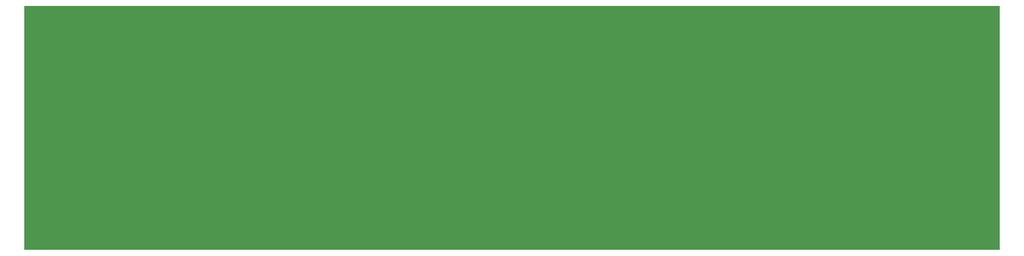
<source format=gts>
G04 #@! TF.GenerationSoftware,KiCad,Pcbnew,7.0.10-1.fc39*
G04 #@! TF.CreationDate,2024-01-09T17:35:31-05:00*
G04 #@! TF.ProjectId,SYSMATT-WS2812-MATRIX-CARRIER-32X8-DIFFUSER,5359534d-4154-4542-9d57-53323831322d,rev?*
G04 #@! TF.SameCoordinates,Original*
G04 #@! TF.FileFunction,Soldermask,Top*
G04 #@! TF.FilePolarity,Negative*
%FSLAX46Y46*%
G04 Gerber Fmt 4.6, Leading zero omitted, Abs format (unit mm)*
G04 Created by KiCad (PCBNEW 7.0.10-1.fc39) date 2024-01-09 17:35:31*
%MOMM*%
%LPD*%
G01*
G04 APERTURE LIST*
%ADD10C,0.150000*%
G04 APERTURE END LIST*
D10*
X10541000Y89458800D02*
X330377800Y89458800D01*
X330377800Y9575800D01*
X10541000Y9575800D01*
X10541000Y89458800D01*
G36*
X10541000Y89458800D02*
G01*
X330377800Y89458800D01*
X330377800Y9575800D01*
X10541000Y9575800D01*
X10541000Y89458800D01*
G37*
M02*

</source>
